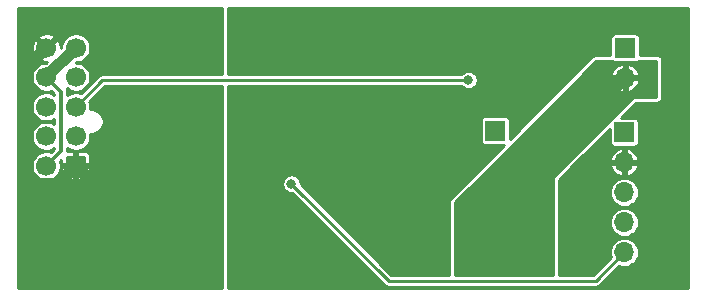
<source format=gbr>
G04 #@! TF.GenerationSoftware,KiCad,Pcbnew,5.1.0-unknown-ca7aec2~82~ubuntu18.04.1*
G04 #@! TF.CreationDate,2019-04-12T10:54:20-06:00*
G04 #@! TF.ProjectId,batteryMonitor,62617474-6572-4794-9d6f-6e69746f722e,rev?*
G04 #@! TF.SameCoordinates,Original*
G04 #@! TF.FileFunction,Copper,L2,Bot*
G04 #@! TF.FilePolarity,Positive*
%FSLAX46Y46*%
G04 Gerber Fmt 4.6, Leading zero omitted, Abs format (unit mm)*
G04 Created by KiCad (PCBNEW 5.1.0-unknown-ca7aec2~82~ubuntu18.04.1) date 2019-04-12 10:54:20*
%MOMM*%
%LPD*%
G04 APERTURE LIST*
%ADD10R,1.700000X1.700000*%
%ADD11O,1.700000X1.700000*%
%ADD12C,0.100000*%
%ADD13C,1.700000*%
%ADD14C,0.800000*%
%ADD15C,1.000000*%
%ADD16C,0.250000*%
%ADD17C,0.350000*%
%ADD18C,0.254000*%
G04 APERTURE END LIST*
D10*
X131000000Y-81000000D03*
X142000000Y-74000000D03*
D11*
X142000000Y-76540000D03*
D10*
X141931080Y-81141880D03*
D11*
X141931080Y-83681880D03*
X141931080Y-86221880D03*
X141931080Y-88761880D03*
X141931080Y-91301880D03*
D12*
G36*
X96126424Y-83137004D02*
G01*
X96150693Y-83140604D01*
X96174491Y-83146565D01*
X96197591Y-83154830D01*
X96219769Y-83165320D01*
X96240813Y-83177933D01*
X96260518Y-83192547D01*
X96278697Y-83209023D01*
X96295173Y-83227202D01*
X96309787Y-83246907D01*
X96322400Y-83267951D01*
X96332890Y-83290129D01*
X96341155Y-83313229D01*
X96347116Y-83337027D01*
X96350716Y-83361296D01*
X96351920Y-83385800D01*
X96351920Y-84585800D01*
X96350716Y-84610304D01*
X96347116Y-84634573D01*
X96341155Y-84658371D01*
X96332890Y-84681471D01*
X96322400Y-84703649D01*
X96309787Y-84724693D01*
X96295173Y-84744398D01*
X96278697Y-84762577D01*
X96260518Y-84779053D01*
X96240813Y-84793667D01*
X96219769Y-84806280D01*
X96197591Y-84816770D01*
X96174491Y-84825035D01*
X96150693Y-84830996D01*
X96126424Y-84834596D01*
X96101920Y-84835800D01*
X94901920Y-84835800D01*
X94877416Y-84834596D01*
X94853147Y-84830996D01*
X94829349Y-84825035D01*
X94806249Y-84816770D01*
X94784071Y-84806280D01*
X94763027Y-84793667D01*
X94743322Y-84779053D01*
X94725143Y-84762577D01*
X94708667Y-84744398D01*
X94694053Y-84724693D01*
X94681440Y-84703649D01*
X94670950Y-84681471D01*
X94662685Y-84658371D01*
X94656724Y-84634573D01*
X94653124Y-84610304D01*
X94651920Y-84585800D01*
X94651920Y-83385800D01*
X94653124Y-83361296D01*
X94656724Y-83337027D01*
X94662685Y-83313229D01*
X94670950Y-83290129D01*
X94681440Y-83267951D01*
X94694053Y-83246907D01*
X94708667Y-83227202D01*
X94725143Y-83209023D01*
X94743322Y-83192547D01*
X94763027Y-83177933D01*
X94784071Y-83165320D01*
X94806249Y-83154830D01*
X94829349Y-83146565D01*
X94853147Y-83140604D01*
X94877416Y-83137004D01*
X94901920Y-83135800D01*
X96101920Y-83135800D01*
X96126424Y-83137004D01*
X96126424Y-83137004D01*
G37*
D13*
X95501920Y-83985800D03*
X95501920Y-81485800D03*
X95501920Y-78985800D03*
X95501920Y-76485800D03*
X95501920Y-73985800D03*
X93001920Y-83985800D03*
X93001920Y-81485800D03*
X93001920Y-78985800D03*
X93001920Y-76485800D03*
X93001920Y-73985800D03*
D14*
X106500000Y-87500000D03*
X103000000Y-87500000D03*
X118000000Y-83250000D03*
X121750000Y-82750000D03*
X128000000Y-81224961D03*
X113750000Y-85500000D03*
X129750000Y-93000000D03*
X130360000Y-92110000D03*
X129090000Y-92340000D03*
X128737347Y-76737347D03*
D15*
X106500000Y-87500000D02*
X103000000Y-87500000D01*
X99016120Y-87500000D02*
X95501920Y-83985800D01*
X103000000Y-87500000D02*
X99016120Y-87500000D01*
X92257919Y-85535801D02*
X93951919Y-85535801D01*
X91451919Y-84729801D02*
X92257919Y-85535801D01*
X91451919Y-75535801D02*
X91451919Y-84729801D01*
X93951919Y-85535801D02*
X95501920Y-83985800D01*
X93001920Y-73985800D02*
X91451919Y-75535801D01*
D16*
X121250000Y-83250000D02*
X121750000Y-82750000D01*
X118000000Y-83250000D02*
X121250000Y-83250000D01*
X123275039Y-81224961D02*
X121750000Y-82750000D01*
X128000000Y-81224961D02*
X123275039Y-81224961D01*
X113750000Y-85500000D02*
X121975001Y-93725001D01*
X139507959Y-93725001D02*
X141931080Y-91301880D01*
X121975001Y-93725001D02*
X139507959Y-93725001D01*
D15*
X129750000Y-88790000D02*
X142000000Y-76540000D01*
X129750000Y-92500000D02*
X129750000Y-88790000D01*
D16*
X129750000Y-93000000D02*
X129750000Y-92500000D01*
D17*
X93851919Y-83135801D02*
X93001920Y-83985800D01*
X94226921Y-77710801D02*
X94226921Y-82760799D01*
X94226921Y-82760799D02*
X93851919Y-83135801D01*
X93001920Y-76485800D02*
X94226921Y-77710801D01*
D15*
X95501920Y-73985800D02*
X93001920Y-76485800D01*
D16*
X97750373Y-76737347D02*
X95501920Y-78985800D01*
X128737347Y-76737347D02*
X97750373Y-76737347D01*
D18*
G36*
X107873000Y-76231347D02*
G01*
X97775227Y-76231347D01*
X97750373Y-76228899D01*
X97725519Y-76231347D01*
X97651180Y-76238669D01*
X97555798Y-76267602D01*
X97467894Y-76314588D01*
X97390846Y-76377820D01*
X97375001Y-76397127D01*
X95938087Y-77834042D01*
X95860989Y-77802107D01*
X95623163Y-77754800D01*
X95380677Y-77754800D01*
X95142851Y-77802107D01*
X94918823Y-77894902D01*
X94782921Y-77985709D01*
X94782921Y-77738105D01*
X94785610Y-77710800D01*
X94782921Y-77683496D01*
X94782921Y-77683489D01*
X94774876Y-77601806D01*
X94743083Y-77497000D01*
X94709623Y-77434400D01*
X94717203Y-77441980D01*
X94918823Y-77576698D01*
X95142851Y-77669493D01*
X95380677Y-77716800D01*
X95623163Y-77716800D01*
X95860989Y-77669493D01*
X96085017Y-77576698D01*
X96286637Y-77441980D01*
X96458100Y-77270517D01*
X96592818Y-77068897D01*
X96685613Y-76844869D01*
X96732920Y-76607043D01*
X96732920Y-76364557D01*
X96685613Y-76126731D01*
X96592818Y-75902703D01*
X96458100Y-75701083D01*
X96286637Y-75529620D01*
X96085017Y-75394902D01*
X95860989Y-75302107D01*
X95623163Y-75254800D01*
X95478842Y-75254800D01*
X95516842Y-75216800D01*
X95623163Y-75216800D01*
X95860989Y-75169493D01*
X96085017Y-75076698D01*
X96286637Y-74941980D01*
X96458100Y-74770517D01*
X96592818Y-74568897D01*
X96685613Y-74344869D01*
X96732920Y-74107043D01*
X96732920Y-73864557D01*
X96685613Y-73626731D01*
X96592818Y-73402703D01*
X96458100Y-73201083D01*
X96286637Y-73029620D01*
X96085017Y-72894902D01*
X95860989Y-72802107D01*
X95623163Y-72754800D01*
X95380677Y-72754800D01*
X95142851Y-72802107D01*
X94918823Y-72894902D01*
X94717203Y-73029620D01*
X94545740Y-73201083D01*
X94411022Y-73402703D01*
X94318227Y-73626731D01*
X94270920Y-73864557D01*
X94270920Y-73970878D01*
X94232855Y-74008943D01*
X94236376Y-73907204D01*
X94197322Y-73667883D01*
X94112331Y-73440780D01*
X94071998Y-73365323D01*
X93894020Y-73273305D01*
X93181525Y-73985800D01*
X93195668Y-73999943D01*
X93016063Y-74179548D01*
X93001920Y-74165405D01*
X92289425Y-74877900D01*
X92381443Y-75055878D01*
X92602127Y-75156366D01*
X92838175Y-75211869D01*
X93023515Y-75218283D01*
X92986999Y-75254800D01*
X92880677Y-75254800D01*
X92642851Y-75302107D01*
X92418823Y-75394902D01*
X92217203Y-75529620D01*
X92045740Y-75701083D01*
X91911022Y-75902703D01*
X91818227Y-76126731D01*
X91770920Y-76364557D01*
X91770920Y-76607043D01*
X91818227Y-76844869D01*
X91911022Y-77068897D01*
X92045740Y-77270517D01*
X92217203Y-77441980D01*
X92418823Y-77576698D01*
X92642851Y-77669493D01*
X92880677Y-77716800D01*
X93123163Y-77716800D01*
X93360989Y-77669493D01*
X93388087Y-77658269D01*
X93670921Y-77941103D01*
X93670921Y-77952301D01*
X93585017Y-77894902D01*
X93360989Y-77802107D01*
X93123163Y-77754800D01*
X92880677Y-77754800D01*
X92642851Y-77802107D01*
X92418823Y-77894902D01*
X92217203Y-78029620D01*
X92045740Y-78201083D01*
X91911022Y-78402703D01*
X91818227Y-78626731D01*
X91770920Y-78864557D01*
X91770920Y-79107043D01*
X91818227Y-79344869D01*
X91911022Y-79568897D01*
X92045740Y-79770517D01*
X92217203Y-79941980D01*
X92418823Y-80076698D01*
X92642851Y-80169493D01*
X92880677Y-80216800D01*
X93123163Y-80216800D01*
X93360989Y-80169493D01*
X93585017Y-80076698D01*
X93670921Y-80019299D01*
X93670922Y-80452302D01*
X93585017Y-80394902D01*
X93360989Y-80302107D01*
X93123163Y-80254800D01*
X92880677Y-80254800D01*
X92642851Y-80302107D01*
X92418823Y-80394902D01*
X92217203Y-80529620D01*
X92045740Y-80701083D01*
X91911022Y-80902703D01*
X91818227Y-81126731D01*
X91770920Y-81364557D01*
X91770920Y-81607043D01*
X91818227Y-81844869D01*
X91911022Y-82068897D01*
X92045740Y-82270517D01*
X92217203Y-82441980D01*
X92418823Y-82576698D01*
X92642851Y-82669493D01*
X92880677Y-82716800D01*
X93123163Y-82716800D01*
X93360989Y-82669493D01*
X93585017Y-82576698D01*
X93670922Y-82519298D01*
X93670922Y-82530496D01*
X93478085Y-82723334D01*
X93478080Y-82723338D01*
X93388087Y-82813331D01*
X93360989Y-82802107D01*
X93123163Y-82754800D01*
X92880677Y-82754800D01*
X92642851Y-82802107D01*
X92418823Y-82894902D01*
X92217203Y-83029620D01*
X92045740Y-83201083D01*
X91911022Y-83402703D01*
X91818227Y-83626731D01*
X91770920Y-83864557D01*
X91770920Y-84107043D01*
X91818227Y-84344869D01*
X91911022Y-84568897D01*
X92045740Y-84770517D01*
X92217203Y-84941980D01*
X92418823Y-85076698D01*
X92642851Y-85169493D01*
X92880677Y-85216800D01*
X93123163Y-85216800D01*
X93360989Y-85169493D01*
X93585017Y-85076698D01*
X93786637Y-84941980D01*
X93892817Y-84835800D01*
X94269077Y-84835800D01*
X94276433Y-84910489D01*
X94298219Y-84982308D01*
X94333598Y-85048496D01*
X94381209Y-85106511D01*
X94439224Y-85154122D01*
X94505412Y-85189501D01*
X94577231Y-85211287D01*
X94651920Y-85218643D01*
X95279670Y-85216800D01*
X95374920Y-85121550D01*
X95374920Y-84112800D01*
X95628920Y-84112800D01*
X95628920Y-85121550D01*
X95724170Y-85216800D01*
X96351920Y-85218643D01*
X96426609Y-85211287D01*
X96498428Y-85189501D01*
X96564616Y-85154122D01*
X96622631Y-85106511D01*
X96670242Y-85048496D01*
X96705621Y-84982308D01*
X96727407Y-84910489D01*
X96734763Y-84835800D01*
X96732920Y-84208050D01*
X96637670Y-84112800D01*
X95628920Y-84112800D01*
X95374920Y-84112800D01*
X94366170Y-84112800D01*
X94270920Y-84208050D01*
X94269077Y-84835800D01*
X93892817Y-84835800D01*
X93958100Y-84770517D01*
X94092818Y-84568897D01*
X94185613Y-84344869D01*
X94232920Y-84107043D01*
X94232920Y-83864557D01*
X94185613Y-83626731D01*
X94174389Y-83599633D01*
X94264382Y-83509640D01*
X94264386Y-83509635D01*
X94270158Y-83503864D01*
X94270920Y-83763550D01*
X94366170Y-83858800D01*
X95374920Y-83858800D01*
X95374920Y-82850050D01*
X95628920Y-82850050D01*
X95628920Y-83858800D01*
X96637670Y-83858800D01*
X96732920Y-83763550D01*
X96734763Y-83135800D01*
X96727407Y-83061111D01*
X96705621Y-82989292D01*
X96670242Y-82923104D01*
X96622631Y-82865089D01*
X96564616Y-82817478D01*
X96498428Y-82782099D01*
X96426609Y-82760313D01*
X96351920Y-82752957D01*
X95724170Y-82754800D01*
X95628920Y-82850050D01*
X95374920Y-82850050D01*
X95279670Y-82754800D01*
X94784876Y-82753347D01*
X94782921Y-82733495D01*
X94782921Y-82485891D01*
X94918823Y-82576698D01*
X95142851Y-82669493D01*
X95380677Y-82716800D01*
X95623163Y-82716800D01*
X95860989Y-82669493D01*
X96085017Y-82576698D01*
X96286637Y-82441980D01*
X96458100Y-82270517D01*
X96592818Y-82068897D01*
X96685613Y-81844869D01*
X96732920Y-81607043D01*
X96732920Y-81364557D01*
X96712367Y-81261229D01*
X96740375Y-81266800D01*
X96943465Y-81266800D01*
X97142652Y-81227180D01*
X97330282Y-81149461D01*
X97499144Y-81036630D01*
X97642750Y-80893024D01*
X97755581Y-80724162D01*
X97833300Y-80536532D01*
X97872920Y-80337345D01*
X97872920Y-80134255D01*
X97833300Y-79935068D01*
X97755581Y-79747438D01*
X97642750Y-79578576D01*
X97499144Y-79434970D01*
X97330282Y-79322139D01*
X97142652Y-79244420D01*
X96943465Y-79204800D01*
X96740375Y-79204800D01*
X96712367Y-79210371D01*
X96732920Y-79107043D01*
X96732920Y-78864557D01*
X96685613Y-78626731D01*
X96653678Y-78549633D01*
X97959965Y-77243347D01*
X107873000Y-77243347D01*
X107873000Y-94369000D01*
X90631000Y-94369000D01*
X90631000Y-74064396D01*
X91767464Y-74064396D01*
X91806518Y-74303717D01*
X91891509Y-74530820D01*
X91931842Y-74606277D01*
X92109820Y-74698295D01*
X92822315Y-73985800D01*
X92109820Y-73273305D01*
X91931842Y-73365323D01*
X91831354Y-73586007D01*
X91775851Y-73822055D01*
X91767464Y-74064396D01*
X90631000Y-74064396D01*
X90631000Y-73093700D01*
X92289425Y-73093700D01*
X93001920Y-73806195D01*
X93714415Y-73093700D01*
X93622397Y-72915722D01*
X93401713Y-72815234D01*
X93165665Y-72759731D01*
X92923324Y-72751344D01*
X92684003Y-72790398D01*
X92456900Y-72875389D01*
X92381443Y-72915722D01*
X92289425Y-73093700D01*
X90631000Y-73093700D01*
X90631000Y-70631000D01*
X107873000Y-70631000D01*
X107873000Y-76231347D01*
X107873000Y-76231347D01*
G37*
X107873000Y-76231347D02*
X97775227Y-76231347D01*
X97750373Y-76228899D01*
X97725519Y-76231347D01*
X97651180Y-76238669D01*
X97555798Y-76267602D01*
X97467894Y-76314588D01*
X97390846Y-76377820D01*
X97375001Y-76397127D01*
X95938087Y-77834042D01*
X95860989Y-77802107D01*
X95623163Y-77754800D01*
X95380677Y-77754800D01*
X95142851Y-77802107D01*
X94918823Y-77894902D01*
X94782921Y-77985709D01*
X94782921Y-77738105D01*
X94785610Y-77710800D01*
X94782921Y-77683496D01*
X94782921Y-77683489D01*
X94774876Y-77601806D01*
X94743083Y-77497000D01*
X94709623Y-77434400D01*
X94717203Y-77441980D01*
X94918823Y-77576698D01*
X95142851Y-77669493D01*
X95380677Y-77716800D01*
X95623163Y-77716800D01*
X95860989Y-77669493D01*
X96085017Y-77576698D01*
X96286637Y-77441980D01*
X96458100Y-77270517D01*
X96592818Y-77068897D01*
X96685613Y-76844869D01*
X96732920Y-76607043D01*
X96732920Y-76364557D01*
X96685613Y-76126731D01*
X96592818Y-75902703D01*
X96458100Y-75701083D01*
X96286637Y-75529620D01*
X96085017Y-75394902D01*
X95860989Y-75302107D01*
X95623163Y-75254800D01*
X95478842Y-75254800D01*
X95516842Y-75216800D01*
X95623163Y-75216800D01*
X95860989Y-75169493D01*
X96085017Y-75076698D01*
X96286637Y-74941980D01*
X96458100Y-74770517D01*
X96592818Y-74568897D01*
X96685613Y-74344869D01*
X96732920Y-74107043D01*
X96732920Y-73864557D01*
X96685613Y-73626731D01*
X96592818Y-73402703D01*
X96458100Y-73201083D01*
X96286637Y-73029620D01*
X96085017Y-72894902D01*
X95860989Y-72802107D01*
X95623163Y-72754800D01*
X95380677Y-72754800D01*
X95142851Y-72802107D01*
X94918823Y-72894902D01*
X94717203Y-73029620D01*
X94545740Y-73201083D01*
X94411022Y-73402703D01*
X94318227Y-73626731D01*
X94270920Y-73864557D01*
X94270920Y-73970878D01*
X94232855Y-74008943D01*
X94236376Y-73907204D01*
X94197322Y-73667883D01*
X94112331Y-73440780D01*
X94071998Y-73365323D01*
X93894020Y-73273305D01*
X93181525Y-73985800D01*
X93195668Y-73999943D01*
X93016063Y-74179548D01*
X93001920Y-74165405D01*
X92289425Y-74877900D01*
X92381443Y-75055878D01*
X92602127Y-75156366D01*
X92838175Y-75211869D01*
X93023515Y-75218283D01*
X92986999Y-75254800D01*
X92880677Y-75254800D01*
X92642851Y-75302107D01*
X92418823Y-75394902D01*
X92217203Y-75529620D01*
X92045740Y-75701083D01*
X91911022Y-75902703D01*
X91818227Y-76126731D01*
X91770920Y-76364557D01*
X91770920Y-76607043D01*
X91818227Y-76844869D01*
X91911022Y-77068897D01*
X92045740Y-77270517D01*
X92217203Y-77441980D01*
X92418823Y-77576698D01*
X92642851Y-77669493D01*
X92880677Y-77716800D01*
X93123163Y-77716800D01*
X93360989Y-77669493D01*
X93388087Y-77658269D01*
X93670921Y-77941103D01*
X93670921Y-77952301D01*
X93585017Y-77894902D01*
X93360989Y-77802107D01*
X93123163Y-77754800D01*
X92880677Y-77754800D01*
X92642851Y-77802107D01*
X92418823Y-77894902D01*
X92217203Y-78029620D01*
X92045740Y-78201083D01*
X91911022Y-78402703D01*
X91818227Y-78626731D01*
X91770920Y-78864557D01*
X91770920Y-79107043D01*
X91818227Y-79344869D01*
X91911022Y-79568897D01*
X92045740Y-79770517D01*
X92217203Y-79941980D01*
X92418823Y-80076698D01*
X92642851Y-80169493D01*
X92880677Y-80216800D01*
X93123163Y-80216800D01*
X93360989Y-80169493D01*
X93585017Y-80076698D01*
X93670921Y-80019299D01*
X93670922Y-80452302D01*
X93585017Y-80394902D01*
X93360989Y-80302107D01*
X93123163Y-80254800D01*
X92880677Y-80254800D01*
X92642851Y-80302107D01*
X92418823Y-80394902D01*
X92217203Y-80529620D01*
X92045740Y-80701083D01*
X91911022Y-80902703D01*
X91818227Y-81126731D01*
X91770920Y-81364557D01*
X91770920Y-81607043D01*
X91818227Y-81844869D01*
X91911022Y-82068897D01*
X92045740Y-82270517D01*
X92217203Y-82441980D01*
X92418823Y-82576698D01*
X92642851Y-82669493D01*
X92880677Y-82716800D01*
X93123163Y-82716800D01*
X93360989Y-82669493D01*
X93585017Y-82576698D01*
X93670922Y-82519298D01*
X93670922Y-82530496D01*
X93478085Y-82723334D01*
X93478080Y-82723338D01*
X93388087Y-82813331D01*
X93360989Y-82802107D01*
X93123163Y-82754800D01*
X92880677Y-82754800D01*
X92642851Y-82802107D01*
X92418823Y-82894902D01*
X92217203Y-83029620D01*
X92045740Y-83201083D01*
X91911022Y-83402703D01*
X91818227Y-83626731D01*
X91770920Y-83864557D01*
X91770920Y-84107043D01*
X91818227Y-84344869D01*
X91911022Y-84568897D01*
X92045740Y-84770517D01*
X92217203Y-84941980D01*
X92418823Y-85076698D01*
X92642851Y-85169493D01*
X92880677Y-85216800D01*
X93123163Y-85216800D01*
X93360989Y-85169493D01*
X93585017Y-85076698D01*
X93786637Y-84941980D01*
X93892817Y-84835800D01*
X94269077Y-84835800D01*
X94276433Y-84910489D01*
X94298219Y-84982308D01*
X94333598Y-85048496D01*
X94381209Y-85106511D01*
X94439224Y-85154122D01*
X94505412Y-85189501D01*
X94577231Y-85211287D01*
X94651920Y-85218643D01*
X95279670Y-85216800D01*
X95374920Y-85121550D01*
X95374920Y-84112800D01*
X95628920Y-84112800D01*
X95628920Y-85121550D01*
X95724170Y-85216800D01*
X96351920Y-85218643D01*
X96426609Y-85211287D01*
X96498428Y-85189501D01*
X96564616Y-85154122D01*
X96622631Y-85106511D01*
X96670242Y-85048496D01*
X96705621Y-84982308D01*
X96727407Y-84910489D01*
X96734763Y-84835800D01*
X96732920Y-84208050D01*
X96637670Y-84112800D01*
X95628920Y-84112800D01*
X95374920Y-84112800D01*
X94366170Y-84112800D01*
X94270920Y-84208050D01*
X94269077Y-84835800D01*
X93892817Y-84835800D01*
X93958100Y-84770517D01*
X94092818Y-84568897D01*
X94185613Y-84344869D01*
X94232920Y-84107043D01*
X94232920Y-83864557D01*
X94185613Y-83626731D01*
X94174389Y-83599633D01*
X94264382Y-83509640D01*
X94264386Y-83509635D01*
X94270158Y-83503864D01*
X94270920Y-83763550D01*
X94366170Y-83858800D01*
X95374920Y-83858800D01*
X95374920Y-82850050D01*
X95628920Y-82850050D01*
X95628920Y-83858800D01*
X96637670Y-83858800D01*
X96732920Y-83763550D01*
X96734763Y-83135800D01*
X96727407Y-83061111D01*
X96705621Y-82989292D01*
X96670242Y-82923104D01*
X96622631Y-82865089D01*
X96564616Y-82817478D01*
X96498428Y-82782099D01*
X96426609Y-82760313D01*
X96351920Y-82752957D01*
X95724170Y-82754800D01*
X95628920Y-82850050D01*
X95374920Y-82850050D01*
X95279670Y-82754800D01*
X94784876Y-82753347D01*
X94782921Y-82733495D01*
X94782921Y-82485891D01*
X94918823Y-82576698D01*
X95142851Y-82669493D01*
X95380677Y-82716800D01*
X95623163Y-82716800D01*
X95860989Y-82669493D01*
X96085017Y-82576698D01*
X96286637Y-82441980D01*
X96458100Y-82270517D01*
X96592818Y-82068897D01*
X96685613Y-81844869D01*
X96732920Y-81607043D01*
X96732920Y-81364557D01*
X96712367Y-81261229D01*
X96740375Y-81266800D01*
X96943465Y-81266800D01*
X97142652Y-81227180D01*
X97330282Y-81149461D01*
X97499144Y-81036630D01*
X97642750Y-80893024D01*
X97755581Y-80724162D01*
X97833300Y-80536532D01*
X97872920Y-80337345D01*
X97872920Y-80134255D01*
X97833300Y-79935068D01*
X97755581Y-79747438D01*
X97642750Y-79578576D01*
X97499144Y-79434970D01*
X97330282Y-79322139D01*
X97142652Y-79244420D01*
X96943465Y-79204800D01*
X96740375Y-79204800D01*
X96712367Y-79210371D01*
X96732920Y-79107043D01*
X96732920Y-78864557D01*
X96685613Y-78626731D01*
X96653678Y-78549633D01*
X97959965Y-77243347D01*
X107873000Y-77243347D01*
X107873000Y-94369000D01*
X90631000Y-94369000D01*
X90631000Y-74064396D01*
X91767464Y-74064396D01*
X91806518Y-74303717D01*
X91891509Y-74530820D01*
X91931842Y-74606277D01*
X92109820Y-74698295D01*
X92822315Y-73985800D01*
X92109820Y-73273305D01*
X91931842Y-73365323D01*
X91831354Y-73586007D01*
X91775851Y-73822055D01*
X91767464Y-74064396D01*
X90631000Y-74064396D01*
X90631000Y-73093700D01*
X92289425Y-73093700D01*
X93001920Y-73806195D01*
X93714415Y-73093700D01*
X93622397Y-72915722D01*
X93401713Y-72815234D01*
X93165665Y-72759731D01*
X92923324Y-72751344D01*
X92684003Y-72790398D01*
X92456900Y-72875389D01*
X92381443Y-72915722D01*
X92289425Y-73093700D01*
X90631000Y-73093700D01*
X90631000Y-70631000D01*
X107873000Y-70631000D01*
X107873000Y-76231347D01*
G36*
X147369001Y-94369000D02*
G01*
X108377000Y-94369000D01*
X108377000Y-85423078D01*
X112969000Y-85423078D01*
X112969000Y-85576922D01*
X112999013Y-85727809D01*
X113057887Y-85869942D01*
X113143358Y-85997859D01*
X113252141Y-86106642D01*
X113380058Y-86192113D01*
X113522191Y-86250987D01*
X113673078Y-86281000D01*
X113815409Y-86281000D01*
X121599629Y-94065221D01*
X121615474Y-94084528D01*
X121692522Y-94147760D01*
X121780426Y-94194746D01*
X121875808Y-94223679D01*
X121950147Y-94231001D01*
X121950155Y-94231001D01*
X121975001Y-94233448D01*
X121999847Y-94231001D01*
X139483113Y-94231001D01*
X139507959Y-94233448D01*
X139532805Y-94231001D01*
X139532813Y-94231001D01*
X139607152Y-94223679D01*
X139702534Y-94194746D01*
X139790438Y-94147760D01*
X139867486Y-94084528D01*
X139883335Y-94065216D01*
X141493131Y-92455421D01*
X141689762Y-92515068D01*
X141870608Y-92532880D01*
X141991552Y-92532880D01*
X142172398Y-92515068D01*
X142404443Y-92444678D01*
X142618296Y-92330371D01*
X142805740Y-92176540D01*
X142959571Y-91989096D01*
X143073878Y-91775243D01*
X143144268Y-91543198D01*
X143168036Y-91301880D01*
X143144268Y-91060562D01*
X143073878Y-90828517D01*
X142959571Y-90614664D01*
X142805740Y-90427220D01*
X142618296Y-90273389D01*
X142404443Y-90159082D01*
X142172398Y-90088692D01*
X141991552Y-90070880D01*
X141870608Y-90070880D01*
X141689762Y-90088692D01*
X141457717Y-90159082D01*
X141243864Y-90273389D01*
X141056420Y-90427220D01*
X140902589Y-90614664D01*
X140788282Y-90828517D01*
X140717892Y-91060562D01*
X140694124Y-91301880D01*
X140717892Y-91543198D01*
X140777539Y-91739829D01*
X139298368Y-93219001D01*
X136381000Y-93219001D01*
X136381000Y-88761880D01*
X140694124Y-88761880D01*
X140717892Y-89003198D01*
X140788282Y-89235243D01*
X140902589Y-89449096D01*
X141056420Y-89636540D01*
X141243864Y-89790371D01*
X141457717Y-89904678D01*
X141689762Y-89975068D01*
X141870608Y-89992880D01*
X141991552Y-89992880D01*
X142172398Y-89975068D01*
X142404443Y-89904678D01*
X142618296Y-89790371D01*
X142805740Y-89636540D01*
X142959571Y-89449096D01*
X143073878Y-89235243D01*
X143144268Y-89003198D01*
X143168036Y-88761880D01*
X143144268Y-88520562D01*
X143073878Y-88288517D01*
X142959571Y-88074664D01*
X142805740Y-87887220D01*
X142618296Y-87733389D01*
X142404443Y-87619082D01*
X142172398Y-87548692D01*
X141991552Y-87530880D01*
X141870608Y-87530880D01*
X141689762Y-87548692D01*
X141457717Y-87619082D01*
X141243864Y-87733389D01*
X141056420Y-87887220D01*
X140902589Y-88074664D01*
X140788282Y-88288517D01*
X140717892Y-88520562D01*
X140694124Y-88761880D01*
X136381000Y-88761880D01*
X136381000Y-86221880D01*
X140694124Y-86221880D01*
X140717892Y-86463198D01*
X140788282Y-86695243D01*
X140902589Y-86909096D01*
X141056420Y-87096540D01*
X141243864Y-87250371D01*
X141457717Y-87364678D01*
X141689762Y-87435068D01*
X141870608Y-87452880D01*
X141991552Y-87452880D01*
X142172398Y-87435068D01*
X142404443Y-87364678D01*
X142618296Y-87250371D01*
X142805740Y-87096540D01*
X142959571Y-86909096D01*
X143073878Y-86695243D01*
X143144268Y-86463198D01*
X143168036Y-86221880D01*
X143144268Y-85980562D01*
X143073878Y-85748517D01*
X142959571Y-85534664D01*
X142805740Y-85347220D01*
X142618296Y-85193389D01*
X142404443Y-85079082D01*
X142172398Y-85008692D01*
X141991552Y-84990880D01*
X141870608Y-84990880D01*
X141689762Y-85008692D01*
X141457717Y-85079082D01*
X141243864Y-85193389D01*
X141056420Y-85347220D01*
X140902589Y-85534664D01*
X140788282Y-85748517D01*
X140717892Y-85980562D01*
X140694124Y-86221880D01*
X136381000Y-86221880D01*
X136381000Y-85157816D01*
X137539956Y-83998860D01*
X140741591Y-83998860D01*
X140765946Y-84079168D01*
X140865841Y-84298841D01*
X141006672Y-84494804D01*
X141183028Y-84659527D01*
X141388131Y-84786679D01*
X141614099Y-84871375D01*
X141804080Y-84811067D01*
X141804080Y-83808880D01*
X142058080Y-83808880D01*
X142058080Y-84811067D01*
X142248061Y-84871375D01*
X142474029Y-84786679D01*
X142679132Y-84659527D01*
X142855488Y-84494804D01*
X142996319Y-84298841D01*
X143096214Y-84079168D01*
X143120569Y-83998860D01*
X143059707Y-83808880D01*
X142058080Y-83808880D01*
X141804080Y-83808880D01*
X140802453Y-83808880D01*
X140741591Y-83998860D01*
X137539956Y-83998860D01*
X138173916Y-83364900D01*
X140741591Y-83364900D01*
X140802453Y-83554880D01*
X141804080Y-83554880D01*
X141804080Y-82552693D01*
X142058080Y-82552693D01*
X142058080Y-83554880D01*
X143059707Y-83554880D01*
X143120569Y-83364900D01*
X143096214Y-83284592D01*
X142996319Y-83064919D01*
X142855488Y-82868956D01*
X142679132Y-82704233D01*
X142474029Y-82577081D01*
X142248061Y-82492385D01*
X142058080Y-82552693D01*
X141804080Y-82552693D01*
X141614099Y-82492385D01*
X141388131Y-82577081D01*
X141183028Y-82704233D01*
X141006672Y-82868956D01*
X140865841Y-83064919D01*
X140765946Y-83284592D01*
X140741591Y-83364900D01*
X138173916Y-83364900D01*
X140698237Y-80840579D01*
X140698237Y-81991880D01*
X140705593Y-82066569D01*
X140727379Y-82138388D01*
X140762758Y-82204576D01*
X140810369Y-82262591D01*
X140868384Y-82310202D01*
X140934572Y-82345581D01*
X141006391Y-82367367D01*
X141081080Y-82374723D01*
X142781080Y-82374723D01*
X142855769Y-82367367D01*
X142927588Y-82345581D01*
X142993776Y-82310202D01*
X143051791Y-82262591D01*
X143099402Y-82204576D01*
X143134781Y-82138388D01*
X143156567Y-82066569D01*
X143163923Y-81991880D01*
X143163923Y-80291880D01*
X143156567Y-80217191D01*
X143134781Y-80145372D01*
X143099402Y-80079184D01*
X143051791Y-80021169D01*
X142993776Y-79973558D01*
X142927588Y-79938179D01*
X142855769Y-79916393D01*
X142781080Y-79909037D01*
X141629779Y-79909037D01*
X142907816Y-78631000D01*
X144750000Y-78631000D01*
X144824329Y-78623679D01*
X144895802Y-78601998D01*
X144961672Y-78566790D01*
X145019408Y-78519408D01*
X145066790Y-78461672D01*
X145101998Y-78395802D01*
X145123679Y-78324329D01*
X145131000Y-78250000D01*
X145131000Y-75000000D01*
X145123679Y-74925671D01*
X145101998Y-74854198D01*
X145066790Y-74788328D01*
X145019408Y-74730592D01*
X144961672Y-74683210D01*
X144895802Y-74648002D01*
X144824329Y-74626321D01*
X144750000Y-74619000D01*
X143232843Y-74619000D01*
X143232843Y-73150000D01*
X143225487Y-73075311D01*
X143203701Y-73003492D01*
X143168322Y-72937304D01*
X143120711Y-72879289D01*
X143062696Y-72831678D01*
X142996508Y-72796299D01*
X142924689Y-72774513D01*
X142850000Y-72767157D01*
X141150000Y-72767157D01*
X141075311Y-72774513D01*
X141003492Y-72796299D01*
X140937304Y-72831678D01*
X140879289Y-72879289D01*
X140831678Y-72937304D01*
X140796299Y-73003492D01*
X140774513Y-73075311D01*
X140767157Y-73150000D01*
X140767157Y-74619000D01*
X139500000Y-74619000D01*
X139425671Y-74626321D01*
X139354198Y-74648002D01*
X139288328Y-74683210D01*
X139230592Y-74730592D01*
X132232843Y-81728341D01*
X132232843Y-80150000D01*
X132225487Y-80075311D01*
X132203701Y-80003492D01*
X132168322Y-79937304D01*
X132120711Y-79879289D01*
X132062696Y-79831678D01*
X131996508Y-79796299D01*
X131924689Y-79774513D01*
X131850000Y-79767157D01*
X130150000Y-79767157D01*
X130075311Y-79774513D01*
X130003492Y-79796299D01*
X129937304Y-79831678D01*
X129879289Y-79879289D01*
X129831678Y-79937304D01*
X129796299Y-80003492D01*
X129774513Y-80075311D01*
X129767157Y-80150000D01*
X129767157Y-81850000D01*
X129774513Y-81924689D01*
X129796299Y-81996508D01*
X129831678Y-82062696D01*
X129879289Y-82120711D01*
X129937304Y-82168322D01*
X130003492Y-82203701D01*
X130075311Y-82225487D01*
X130150000Y-82232843D01*
X131728341Y-82232843D01*
X127230592Y-86730592D01*
X127183210Y-86788328D01*
X127148002Y-86854198D01*
X127126321Y-86925671D01*
X127119000Y-87000000D01*
X127119000Y-93219001D01*
X122184593Y-93219001D01*
X114531000Y-85565409D01*
X114531000Y-85423078D01*
X114500987Y-85272191D01*
X114442113Y-85130058D01*
X114356642Y-85002141D01*
X114247859Y-84893358D01*
X114119942Y-84807887D01*
X113977809Y-84749013D01*
X113826922Y-84719000D01*
X113673078Y-84719000D01*
X113522191Y-84749013D01*
X113380058Y-84807887D01*
X113252141Y-84893358D01*
X113143358Y-85002141D01*
X113057887Y-85130058D01*
X112999013Y-85272191D01*
X112969000Y-85423078D01*
X108377000Y-85423078D01*
X108377000Y-77243347D01*
X128138846Y-77243347D01*
X128239488Y-77343989D01*
X128367405Y-77429460D01*
X128509538Y-77488334D01*
X128660425Y-77518347D01*
X128814269Y-77518347D01*
X128965156Y-77488334D01*
X129107289Y-77429460D01*
X129235206Y-77343989D01*
X129343989Y-77235206D01*
X129429460Y-77107289D01*
X129488334Y-76965156D01*
X129518347Y-76814269D01*
X129518347Y-76660425D01*
X129488334Y-76509538D01*
X129429460Y-76367405D01*
X129343989Y-76239488D01*
X129235206Y-76130705D01*
X129107289Y-76045234D01*
X128965156Y-75986360D01*
X128814269Y-75956347D01*
X128660425Y-75956347D01*
X128509538Y-75986360D01*
X128367405Y-76045234D01*
X128239488Y-76130705D01*
X128138846Y-76231347D01*
X108377000Y-76231347D01*
X108377000Y-70631000D01*
X147369000Y-70631000D01*
X147369001Y-94369000D01*
X147369001Y-94369000D01*
G37*
X147369001Y-94369000D02*
X108377000Y-94369000D01*
X108377000Y-85423078D01*
X112969000Y-85423078D01*
X112969000Y-85576922D01*
X112999013Y-85727809D01*
X113057887Y-85869942D01*
X113143358Y-85997859D01*
X113252141Y-86106642D01*
X113380058Y-86192113D01*
X113522191Y-86250987D01*
X113673078Y-86281000D01*
X113815409Y-86281000D01*
X121599629Y-94065221D01*
X121615474Y-94084528D01*
X121692522Y-94147760D01*
X121780426Y-94194746D01*
X121875808Y-94223679D01*
X121950147Y-94231001D01*
X121950155Y-94231001D01*
X121975001Y-94233448D01*
X121999847Y-94231001D01*
X139483113Y-94231001D01*
X139507959Y-94233448D01*
X139532805Y-94231001D01*
X139532813Y-94231001D01*
X139607152Y-94223679D01*
X139702534Y-94194746D01*
X139790438Y-94147760D01*
X139867486Y-94084528D01*
X139883335Y-94065216D01*
X141493131Y-92455421D01*
X141689762Y-92515068D01*
X141870608Y-92532880D01*
X141991552Y-92532880D01*
X142172398Y-92515068D01*
X142404443Y-92444678D01*
X142618296Y-92330371D01*
X142805740Y-92176540D01*
X142959571Y-91989096D01*
X143073878Y-91775243D01*
X143144268Y-91543198D01*
X143168036Y-91301880D01*
X143144268Y-91060562D01*
X143073878Y-90828517D01*
X142959571Y-90614664D01*
X142805740Y-90427220D01*
X142618296Y-90273389D01*
X142404443Y-90159082D01*
X142172398Y-90088692D01*
X141991552Y-90070880D01*
X141870608Y-90070880D01*
X141689762Y-90088692D01*
X141457717Y-90159082D01*
X141243864Y-90273389D01*
X141056420Y-90427220D01*
X140902589Y-90614664D01*
X140788282Y-90828517D01*
X140717892Y-91060562D01*
X140694124Y-91301880D01*
X140717892Y-91543198D01*
X140777539Y-91739829D01*
X139298368Y-93219001D01*
X136381000Y-93219001D01*
X136381000Y-88761880D01*
X140694124Y-88761880D01*
X140717892Y-89003198D01*
X140788282Y-89235243D01*
X140902589Y-89449096D01*
X141056420Y-89636540D01*
X141243864Y-89790371D01*
X141457717Y-89904678D01*
X141689762Y-89975068D01*
X141870608Y-89992880D01*
X141991552Y-89992880D01*
X142172398Y-89975068D01*
X142404443Y-89904678D01*
X142618296Y-89790371D01*
X142805740Y-89636540D01*
X142959571Y-89449096D01*
X143073878Y-89235243D01*
X143144268Y-89003198D01*
X143168036Y-88761880D01*
X143144268Y-88520562D01*
X143073878Y-88288517D01*
X142959571Y-88074664D01*
X142805740Y-87887220D01*
X142618296Y-87733389D01*
X142404443Y-87619082D01*
X142172398Y-87548692D01*
X141991552Y-87530880D01*
X141870608Y-87530880D01*
X141689762Y-87548692D01*
X141457717Y-87619082D01*
X141243864Y-87733389D01*
X141056420Y-87887220D01*
X140902589Y-88074664D01*
X140788282Y-88288517D01*
X140717892Y-88520562D01*
X140694124Y-88761880D01*
X136381000Y-88761880D01*
X136381000Y-86221880D01*
X140694124Y-86221880D01*
X140717892Y-86463198D01*
X140788282Y-86695243D01*
X140902589Y-86909096D01*
X141056420Y-87096540D01*
X141243864Y-87250371D01*
X141457717Y-87364678D01*
X141689762Y-87435068D01*
X141870608Y-87452880D01*
X141991552Y-87452880D01*
X142172398Y-87435068D01*
X142404443Y-87364678D01*
X142618296Y-87250371D01*
X142805740Y-87096540D01*
X142959571Y-86909096D01*
X143073878Y-86695243D01*
X143144268Y-86463198D01*
X143168036Y-86221880D01*
X143144268Y-85980562D01*
X143073878Y-85748517D01*
X142959571Y-85534664D01*
X142805740Y-85347220D01*
X142618296Y-85193389D01*
X142404443Y-85079082D01*
X142172398Y-85008692D01*
X141991552Y-84990880D01*
X141870608Y-84990880D01*
X141689762Y-85008692D01*
X141457717Y-85079082D01*
X141243864Y-85193389D01*
X141056420Y-85347220D01*
X140902589Y-85534664D01*
X140788282Y-85748517D01*
X140717892Y-85980562D01*
X140694124Y-86221880D01*
X136381000Y-86221880D01*
X136381000Y-85157816D01*
X137539956Y-83998860D01*
X140741591Y-83998860D01*
X140765946Y-84079168D01*
X140865841Y-84298841D01*
X141006672Y-84494804D01*
X141183028Y-84659527D01*
X141388131Y-84786679D01*
X141614099Y-84871375D01*
X141804080Y-84811067D01*
X141804080Y-83808880D01*
X142058080Y-83808880D01*
X142058080Y-84811067D01*
X142248061Y-84871375D01*
X142474029Y-84786679D01*
X142679132Y-84659527D01*
X142855488Y-84494804D01*
X142996319Y-84298841D01*
X143096214Y-84079168D01*
X143120569Y-83998860D01*
X143059707Y-83808880D01*
X142058080Y-83808880D01*
X141804080Y-83808880D01*
X140802453Y-83808880D01*
X140741591Y-83998860D01*
X137539956Y-83998860D01*
X138173916Y-83364900D01*
X140741591Y-83364900D01*
X140802453Y-83554880D01*
X141804080Y-83554880D01*
X141804080Y-82552693D01*
X142058080Y-82552693D01*
X142058080Y-83554880D01*
X143059707Y-83554880D01*
X143120569Y-83364900D01*
X143096214Y-83284592D01*
X142996319Y-83064919D01*
X142855488Y-82868956D01*
X142679132Y-82704233D01*
X142474029Y-82577081D01*
X142248061Y-82492385D01*
X142058080Y-82552693D01*
X141804080Y-82552693D01*
X141614099Y-82492385D01*
X141388131Y-82577081D01*
X141183028Y-82704233D01*
X141006672Y-82868956D01*
X140865841Y-83064919D01*
X140765946Y-83284592D01*
X140741591Y-83364900D01*
X138173916Y-83364900D01*
X140698237Y-80840579D01*
X140698237Y-81991880D01*
X140705593Y-82066569D01*
X140727379Y-82138388D01*
X140762758Y-82204576D01*
X140810369Y-82262591D01*
X140868384Y-82310202D01*
X140934572Y-82345581D01*
X141006391Y-82367367D01*
X141081080Y-82374723D01*
X142781080Y-82374723D01*
X142855769Y-82367367D01*
X142927588Y-82345581D01*
X142993776Y-82310202D01*
X143051791Y-82262591D01*
X143099402Y-82204576D01*
X143134781Y-82138388D01*
X143156567Y-82066569D01*
X143163923Y-81991880D01*
X143163923Y-80291880D01*
X143156567Y-80217191D01*
X143134781Y-80145372D01*
X143099402Y-80079184D01*
X143051791Y-80021169D01*
X142993776Y-79973558D01*
X142927588Y-79938179D01*
X142855769Y-79916393D01*
X142781080Y-79909037D01*
X141629779Y-79909037D01*
X142907816Y-78631000D01*
X144750000Y-78631000D01*
X144824329Y-78623679D01*
X144895802Y-78601998D01*
X144961672Y-78566790D01*
X145019408Y-78519408D01*
X145066790Y-78461672D01*
X145101998Y-78395802D01*
X145123679Y-78324329D01*
X145131000Y-78250000D01*
X145131000Y-75000000D01*
X145123679Y-74925671D01*
X145101998Y-74854198D01*
X145066790Y-74788328D01*
X145019408Y-74730592D01*
X144961672Y-74683210D01*
X144895802Y-74648002D01*
X144824329Y-74626321D01*
X144750000Y-74619000D01*
X143232843Y-74619000D01*
X143232843Y-73150000D01*
X143225487Y-73075311D01*
X143203701Y-73003492D01*
X143168322Y-72937304D01*
X143120711Y-72879289D01*
X143062696Y-72831678D01*
X142996508Y-72796299D01*
X142924689Y-72774513D01*
X142850000Y-72767157D01*
X141150000Y-72767157D01*
X141075311Y-72774513D01*
X141003492Y-72796299D01*
X140937304Y-72831678D01*
X140879289Y-72879289D01*
X140831678Y-72937304D01*
X140796299Y-73003492D01*
X140774513Y-73075311D01*
X140767157Y-73150000D01*
X140767157Y-74619000D01*
X139500000Y-74619000D01*
X139425671Y-74626321D01*
X139354198Y-74648002D01*
X139288328Y-74683210D01*
X139230592Y-74730592D01*
X132232843Y-81728341D01*
X132232843Y-80150000D01*
X132225487Y-80075311D01*
X132203701Y-80003492D01*
X132168322Y-79937304D01*
X132120711Y-79879289D01*
X132062696Y-79831678D01*
X131996508Y-79796299D01*
X131924689Y-79774513D01*
X131850000Y-79767157D01*
X130150000Y-79767157D01*
X130075311Y-79774513D01*
X130003492Y-79796299D01*
X129937304Y-79831678D01*
X129879289Y-79879289D01*
X129831678Y-79937304D01*
X129796299Y-80003492D01*
X129774513Y-80075311D01*
X129767157Y-80150000D01*
X129767157Y-81850000D01*
X129774513Y-81924689D01*
X129796299Y-81996508D01*
X129831678Y-82062696D01*
X129879289Y-82120711D01*
X129937304Y-82168322D01*
X130003492Y-82203701D01*
X130075311Y-82225487D01*
X130150000Y-82232843D01*
X131728341Y-82232843D01*
X127230592Y-86730592D01*
X127183210Y-86788328D01*
X127148002Y-86854198D01*
X127126321Y-86925671D01*
X127119000Y-87000000D01*
X127119000Y-93219001D01*
X122184593Y-93219001D01*
X114531000Y-85565409D01*
X114531000Y-85423078D01*
X114500987Y-85272191D01*
X114442113Y-85130058D01*
X114356642Y-85002141D01*
X114247859Y-84893358D01*
X114119942Y-84807887D01*
X113977809Y-84749013D01*
X113826922Y-84719000D01*
X113673078Y-84719000D01*
X113522191Y-84749013D01*
X113380058Y-84807887D01*
X113252141Y-84893358D01*
X113143358Y-85002141D01*
X113057887Y-85130058D01*
X112999013Y-85272191D01*
X112969000Y-85423078D01*
X108377000Y-85423078D01*
X108377000Y-77243347D01*
X128138846Y-77243347D01*
X128239488Y-77343989D01*
X128367405Y-77429460D01*
X128509538Y-77488334D01*
X128660425Y-77518347D01*
X128814269Y-77518347D01*
X128965156Y-77488334D01*
X129107289Y-77429460D01*
X129235206Y-77343989D01*
X129343989Y-77235206D01*
X129429460Y-77107289D01*
X129488334Y-76965156D01*
X129518347Y-76814269D01*
X129518347Y-76660425D01*
X129488334Y-76509538D01*
X129429460Y-76367405D01*
X129343989Y-76239488D01*
X129235206Y-76130705D01*
X129107289Y-76045234D01*
X128965156Y-75986360D01*
X128814269Y-75956347D01*
X128660425Y-75956347D01*
X128509538Y-75986360D01*
X128367405Y-76045234D01*
X128239488Y-76130705D01*
X128138846Y-76231347D01*
X108377000Y-76231347D01*
X108377000Y-70631000D01*
X147369000Y-70631000D01*
X147369001Y-94369000D01*
G36*
X140937304Y-75168322D02*
G01*
X141003492Y-75203701D01*
X141075311Y-75225487D01*
X141150000Y-75232843D01*
X142850000Y-75232843D01*
X142924689Y-75225487D01*
X142996508Y-75203701D01*
X143062696Y-75168322D01*
X143113048Y-75127000D01*
X144623000Y-75127000D01*
X144623000Y-78123000D01*
X142750000Y-78123000D01*
X142725224Y-78125440D01*
X142701399Y-78132667D01*
X142679443Y-78144403D01*
X142660197Y-78160197D01*
X135910197Y-84910197D01*
X135894403Y-84929443D01*
X135882667Y-84951399D01*
X135875440Y-84975224D01*
X135873000Y-85000000D01*
X135873000Y-93219001D01*
X127627000Y-93219001D01*
X127627000Y-87052606D01*
X137822626Y-76856980D01*
X140810511Y-76856980D01*
X140834866Y-76937288D01*
X140934761Y-77156961D01*
X141075592Y-77352924D01*
X141251948Y-77517647D01*
X141457051Y-77644799D01*
X141683019Y-77729495D01*
X141873000Y-77669187D01*
X141873000Y-76667000D01*
X142127000Y-76667000D01*
X142127000Y-77669187D01*
X142316981Y-77729495D01*
X142542949Y-77644799D01*
X142748052Y-77517647D01*
X142924408Y-77352924D01*
X143065239Y-77156961D01*
X143165134Y-76937288D01*
X143189489Y-76856980D01*
X143128627Y-76667000D01*
X142127000Y-76667000D01*
X141873000Y-76667000D01*
X140871373Y-76667000D01*
X140810511Y-76856980D01*
X137822626Y-76856980D01*
X138456586Y-76223020D01*
X140810511Y-76223020D01*
X140871373Y-76413000D01*
X141873000Y-76413000D01*
X141873000Y-75410813D01*
X142127000Y-75410813D01*
X142127000Y-76413000D01*
X143128627Y-76413000D01*
X143189489Y-76223020D01*
X143165134Y-76142712D01*
X143065239Y-75923039D01*
X142924408Y-75727076D01*
X142748052Y-75562353D01*
X142542949Y-75435201D01*
X142316981Y-75350505D01*
X142127000Y-75410813D01*
X141873000Y-75410813D01*
X141683019Y-75350505D01*
X141457051Y-75435201D01*
X141251948Y-75562353D01*
X141075592Y-75727076D01*
X140934761Y-75923039D01*
X140834866Y-76142712D01*
X140810511Y-76223020D01*
X138456586Y-76223020D01*
X139552606Y-75127000D01*
X140886952Y-75127000D01*
X140937304Y-75168322D01*
X140937304Y-75168322D01*
G37*
X140937304Y-75168322D02*
X141003492Y-75203701D01*
X141075311Y-75225487D01*
X141150000Y-75232843D01*
X142850000Y-75232843D01*
X142924689Y-75225487D01*
X142996508Y-75203701D01*
X143062696Y-75168322D01*
X143113048Y-75127000D01*
X144623000Y-75127000D01*
X144623000Y-78123000D01*
X142750000Y-78123000D01*
X142725224Y-78125440D01*
X142701399Y-78132667D01*
X142679443Y-78144403D01*
X142660197Y-78160197D01*
X135910197Y-84910197D01*
X135894403Y-84929443D01*
X135882667Y-84951399D01*
X135875440Y-84975224D01*
X135873000Y-85000000D01*
X135873000Y-93219001D01*
X127627000Y-93219001D01*
X127627000Y-87052606D01*
X137822626Y-76856980D01*
X140810511Y-76856980D01*
X140834866Y-76937288D01*
X140934761Y-77156961D01*
X141075592Y-77352924D01*
X141251948Y-77517647D01*
X141457051Y-77644799D01*
X141683019Y-77729495D01*
X141873000Y-77669187D01*
X141873000Y-76667000D01*
X142127000Y-76667000D01*
X142127000Y-77669187D01*
X142316981Y-77729495D01*
X142542949Y-77644799D01*
X142748052Y-77517647D01*
X142924408Y-77352924D01*
X143065239Y-77156961D01*
X143165134Y-76937288D01*
X143189489Y-76856980D01*
X143128627Y-76667000D01*
X142127000Y-76667000D01*
X141873000Y-76667000D01*
X140871373Y-76667000D01*
X140810511Y-76856980D01*
X137822626Y-76856980D01*
X138456586Y-76223020D01*
X140810511Y-76223020D01*
X140871373Y-76413000D01*
X141873000Y-76413000D01*
X141873000Y-75410813D01*
X142127000Y-75410813D01*
X142127000Y-76413000D01*
X143128627Y-76413000D01*
X143189489Y-76223020D01*
X143165134Y-76142712D01*
X143065239Y-75923039D01*
X142924408Y-75727076D01*
X142748052Y-75562353D01*
X142542949Y-75435201D01*
X142316981Y-75350505D01*
X142127000Y-75410813D01*
X141873000Y-75410813D01*
X141683019Y-75350505D01*
X141457051Y-75435201D01*
X141251948Y-75562353D01*
X141075592Y-75727076D01*
X140934761Y-75923039D01*
X140834866Y-76142712D01*
X140810511Y-76223020D01*
X138456586Y-76223020D01*
X139552606Y-75127000D01*
X140886952Y-75127000D01*
X140937304Y-75168322D01*
M02*

</source>
